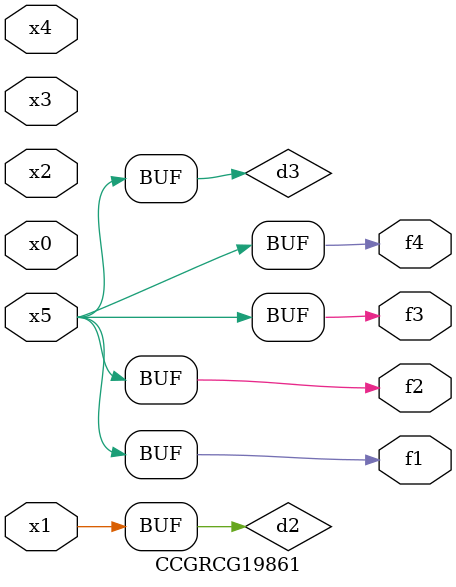
<source format=v>
module CCGRCG19861(
	input x0, x1, x2, x3, x4, x5,
	output f1, f2, f3, f4
);

	wire d1, d2, d3;

	not (d1, x5);
	or (d2, x1);
	xnor (d3, d1);
	assign f1 = d3;
	assign f2 = d3;
	assign f3 = d3;
	assign f4 = d3;
endmodule

</source>
